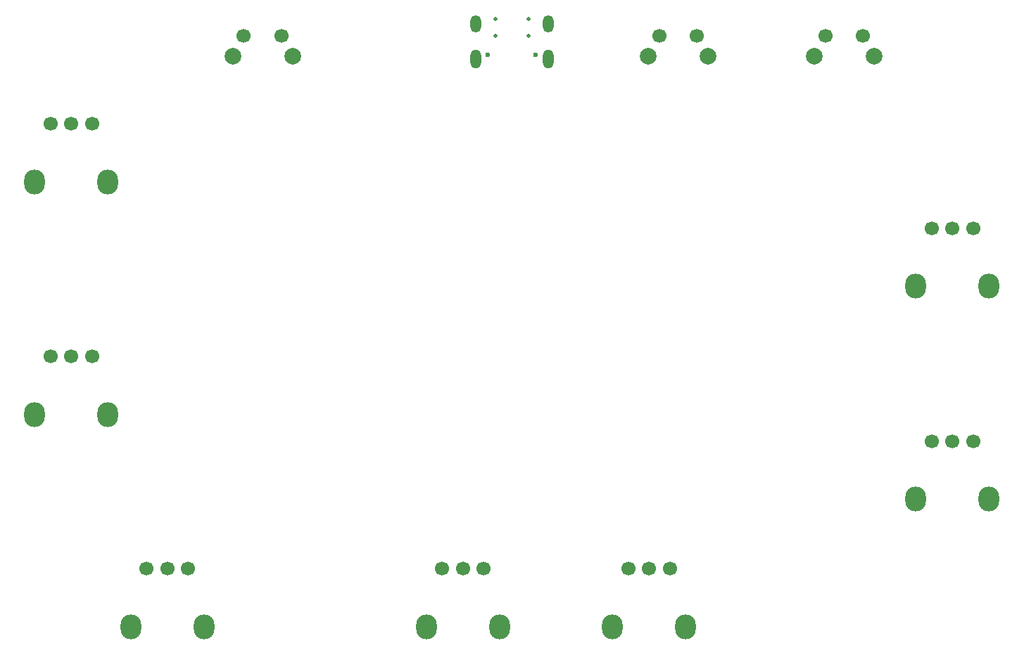
<source format=gbr>
%TF.GenerationSoftware,KiCad,Pcbnew,9.0.3*%
%TF.CreationDate,2025-08-06T15:24:12+02:00*%
%TF.ProjectId,Spikeling_v3.0,5370696b-656c-4696-9e67-5f76332e302e,rev?*%
%TF.SameCoordinates,Original*%
%TF.FileFunction,Soldermask,Bot*%
%TF.FilePolarity,Negative*%
%FSLAX46Y46*%
G04 Gerber Fmt 4.6, Leading zero omitted, Abs format (unit mm)*
G04 Created by KiCad (PCBNEW 9.0.3) date 2025-08-06 15:24:12*
%MOMM*%
%LPD*%
G01*
G04 APERTURE LIST*
%ADD10C,1.700000*%
%ADD11O,2.500000X3.000000*%
%ADD12C,0.600000*%
%ADD13O,1.300000X2.300000*%
%ADD14O,1.300000X2.100000*%
%ADD15C,0.500000*%
%ADD16C,2.000000*%
G04 APERTURE END LIST*
D10*
%TO.C,VR2*%
X156620000Y-117000000D03*
X154120000Y-117000000D03*
X151620000Y-117000000D03*
D11*
X149720000Y-124000000D03*
X158520000Y-124000000D03*
%TD*%
D10*
%TO.C,VR1*%
X121050000Y-117000000D03*
X118550000Y-117000000D03*
X116050000Y-117000000D03*
D11*
X114150000Y-124000000D03*
X122950000Y-124000000D03*
%TD*%
D10*
%TO.C,VR5*%
X215500000Y-101600000D03*
X213000000Y-101600000D03*
X210500000Y-101600000D03*
D11*
X208600000Y-108600000D03*
X217400000Y-108600000D03*
%TD*%
D12*
%TO.C,J1*%
X162890000Y-55050000D03*
X157110000Y-55050000D03*
D13*
X164330000Y-55570000D03*
D14*
X164330000Y-51370000D03*
D15*
X162000000Y-52750000D03*
X162000000Y-50750000D03*
X158000000Y-52750000D03*
X158000000Y-50750000D03*
D13*
X155670000Y-55570000D03*
D14*
X155670000Y-51370000D03*
%TD*%
D10*
%TO.C,SW3*%
X182250000Y-52750000D03*
X177750000Y-52750000D03*
D16*
X176400000Y-55250000D03*
X183600000Y-55250000D03*
%TD*%
D10*
%TO.C,SW2*%
X132250000Y-52750000D03*
X127750000Y-52750000D03*
D16*
X126400000Y-55250000D03*
X133600000Y-55250000D03*
%TD*%
D10*
%TO.C,VR6*%
X109500000Y-63400000D03*
X107000000Y-63400000D03*
X104500000Y-63400000D03*
D11*
X102600000Y-70400000D03*
X111400000Y-70400000D03*
%TD*%
D10*
%TO.C,VR3*%
X179000000Y-117000000D03*
X176500000Y-117000000D03*
X174000000Y-117000000D03*
D11*
X172100000Y-124000000D03*
X180900000Y-124000000D03*
%TD*%
D10*
%TO.C,SW4*%
X202250000Y-52750000D03*
X197750000Y-52750000D03*
D16*
X196400000Y-55250000D03*
X203600000Y-55250000D03*
%TD*%
D10*
%TO.C,VR7*%
X109500000Y-91400000D03*
X107000000Y-91400000D03*
X104500000Y-91400000D03*
D11*
X102600000Y-98400000D03*
X111400000Y-98400000D03*
%TD*%
D10*
%TO.C,VR4*%
X215500000Y-75972000D03*
X213000000Y-75972000D03*
X210500000Y-75972000D03*
D11*
X208600000Y-82972000D03*
X217400000Y-82972000D03*
%TD*%
M02*

</source>
